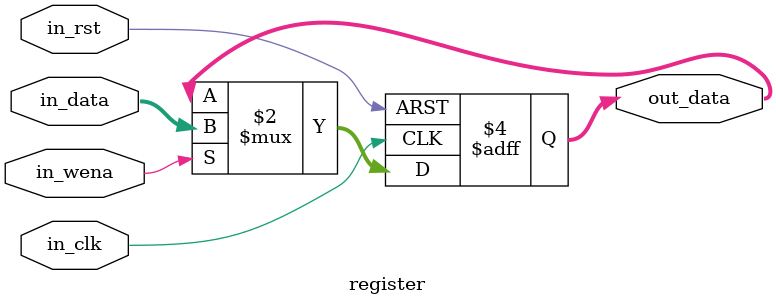
<source format=v>
`timescale 1ns / 1ps


`timescale 1ns / 1ps

module register(
    input               in_clk, 
    input               in_rst, 
    input               in_wena, 
    input [31:0]        in_data, 
    output reg [31:0]   out_data 
    );
	
    always@(negedge in_clk or posedge in_rst)
    begin
        if(in_rst) 
            out_data <= 32'b0;
        else if(in_wena) 
            out_data <= in_data;
    end

endmodule

</source>
